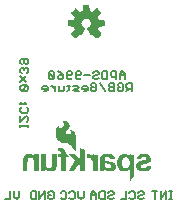
<source format=gbr>
G04 EAGLE Gerber RS-274X export*
G75*
%MOMM*%
%FSLAX34Y34*%
%LPD*%
%INSilkscreen Bottom*%
%IPPOS*%
%AMOC8*
5,1,8,0,0,1.08239X$1,22.5*%
G01*
%ADD10C,0.127000*%

G36*
X85520Y165246D02*
X85520Y165246D01*
X85628Y165256D01*
X85641Y165262D01*
X85655Y165264D01*
X85752Y165312D01*
X85851Y165357D01*
X85864Y165368D01*
X85873Y165372D01*
X85888Y165388D01*
X85965Y165450D01*
X88550Y168035D01*
X88613Y168124D01*
X88679Y168209D01*
X88684Y168222D01*
X88692Y168234D01*
X88723Y168337D01*
X88759Y168440D01*
X88759Y168454D01*
X88763Y168467D01*
X88759Y168575D01*
X88760Y168684D01*
X88755Y168697D01*
X88755Y168711D01*
X88717Y168813D01*
X88682Y168915D01*
X88673Y168930D01*
X88669Y168939D01*
X88655Y168956D01*
X88601Y169038D01*
X85837Y172428D01*
X86394Y173510D01*
X86400Y173530D01*
X86442Y173625D01*
X86813Y174784D01*
X91164Y175227D01*
X91268Y175255D01*
X91374Y175280D01*
X91386Y175287D01*
X91399Y175290D01*
X91489Y175351D01*
X91582Y175408D01*
X91590Y175419D01*
X91602Y175427D01*
X91668Y175513D01*
X91737Y175597D01*
X91741Y175610D01*
X91750Y175621D01*
X91784Y175724D01*
X91823Y175825D01*
X91824Y175843D01*
X91828Y175852D01*
X91828Y175874D01*
X91837Y175972D01*
X91837Y179628D01*
X91820Y179735D01*
X91806Y179843D01*
X91800Y179855D01*
X91798Y179869D01*
X91746Y179965D01*
X91699Y180062D01*
X91689Y180072D01*
X91683Y180084D01*
X91603Y180158D01*
X91527Y180235D01*
X91515Y180241D01*
X91505Y180251D01*
X91406Y180296D01*
X91309Y180344D01*
X91291Y180348D01*
X91282Y180352D01*
X91261Y180354D01*
X91164Y180373D01*
X86813Y180816D01*
X86442Y181975D01*
X86433Y181993D01*
X86431Y182000D01*
X86427Y182007D01*
X86394Y182090D01*
X85837Y183172D01*
X88601Y186562D01*
X88655Y186656D01*
X88712Y186748D01*
X88715Y186761D01*
X88722Y186773D01*
X88743Y186880D01*
X88768Y186985D01*
X88766Y186999D01*
X88769Y187013D01*
X88754Y187120D01*
X88744Y187228D01*
X88738Y187241D01*
X88736Y187255D01*
X88688Y187352D01*
X88643Y187451D01*
X88632Y187464D01*
X88628Y187473D01*
X88612Y187488D01*
X88550Y187565D01*
X85965Y190150D01*
X85876Y190213D01*
X85791Y190279D01*
X85778Y190284D01*
X85766Y190292D01*
X85663Y190323D01*
X85560Y190359D01*
X85546Y190359D01*
X85533Y190363D01*
X85425Y190359D01*
X85316Y190360D01*
X85303Y190355D01*
X85289Y190355D01*
X85187Y190317D01*
X85085Y190282D01*
X85070Y190273D01*
X85061Y190269D01*
X85044Y190255D01*
X84962Y190201D01*
X81572Y187437D01*
X80490Y187994D01*
X80470Y188000D01*
X80375Y188042D01*
X79216Y188413D01*
X78773Y192764D01*
X78745Y192868D01*
X78720Y192974D01*
X78713Y192986D01*
X78710Y192999D01*
X78649Y193089D01*
X78592Y193182D01*
X78581Y193190D01*
X78573Y193202D01*
X78487Y193268D01*
X78403Y193337D01*
X78390Y193341D01*
X78379Y193350D01*
X78276Y193384D01*
X78175Y193423D01*
X78157Y193424D01*
X78148Y193428D01*
X78126Y193428D01*
X78028Y193437D01*
X74372Y193437D01*
X74265Y193420D01*
X74157Y193406D01*
X74145Y193400D01*
X74131Y193398D01*
X74035Y193346D01*
X73938Y193299D01*
X73928Y193289D01*
X73916Y193283D01*
X73842Y193203D01*
X73765Y193127D01*
X73759Y193115D01*
X73749Y193105D01*
X73704Y193006D01*
X73656Y192909D01*
X73652Y192891D01*
X73648Y192882D01*
X73646Y192861D01*
X73627Y192764D01*
X73184Y188413D01*
X72025Y188042D01*
X72007Y188032D01*
X71910Y187994D01*
X70828Y187437D01*
X67438Y190201D01*
X67344Y190255D01*
X67252Y190312D01*
X67239Y190315D01*
X67227Y190322D01*
X67120Y190343D01*
X67015Y190368D01*
X67001Y190366D01*
X66987Y190369D01*
X66880Y190354D01*
X66772Y190344D01*
X66759Y190338D01*
X66746Y190336D01*
X66648Y190288D01*
X66549Y190243D01*
X66536Y190232D01*
X66527Y190228D01*
X66512Y190212D01*
X66435Y190150D01*
X63850Y187565D01*
X63787Y187476D01*
X63721Y187391D01*
X63716Y187378D01*
X63708Y187366D01*
X63677Y187263D01*
X63641Y187160D01*
X63641Y187146D01*
X63637Y187133D01*
X63641Y187025D01*
X63640Y186916D01*
X63645Y186903D01*
X63645Y186889D01*
X63683Y186787D01*
X63718Y186685D01*
X63727Y186670D01*
X63731Y186661D01*
X63745Y186644D01*
X63799Y186562D01*
X66563Y183172D01*
X66006Y182090D01*
X66000Y182070D01*
X65958Y181975D01*
X65587Y180816D01*
X61236Y180373D01*
X61132Y180345D01*
X61026Y180320D01*
X61014Y180313D01*
X61001Y180310D01*
X60911Y180249D01*
X60818Y180192D01*
X60810Y180181D01*
X60798Y180173D01*
X60732Y180087D01*
X60664Y180003D01*
X60659Y179990D01*
X60650Y179979D01*
X60616Y179876D01*
X60577Y179775D01*
X60576Y179757D01*
X60572Y179748D01*
X60573Y179726D01*
X60563Y179628D01*
X60563Y175972D01*
X60580Y175865D01*
X60594Y175757D01*
X60600Y175745D01*
X60602Y175731D01*
X60654Y175635D01*
X60701Y175538D01*
X60711Y175528D01*
X60717Y175516D01*
X60797Y175442D01*
X60873Y175365D01*
X60885Y175359D01*
X60896Y175349D01*
X60994Y175304D01*
X61091Y175256D01*
X61109Y175252D01*
X61118Y175248D01*
X61139Y175246D01*
X61236Y175227D01*
X65587Y174784D01*
X65958Y173625D01*
X65968Y173607D01*
X66006Y173510D01*
X66563Y172428D01*
X63799Y169038D01*
X63745Y168944D01*
X63688Y168852D01*
X63685Y168839D01*
X63678Y168827D01*
X63657Y168720D01*
X63632Y168615D01*
X63634Y168601D01*
X63631Y168587D01*
X63646Y168480D01*
X63656Y168372D01*
X63662Y168359D01*
X63664Y168346D01*
X63712Y168248D01*
X63757Y168149D01*
X63768Y168136D01*
X63772Y168127D01*
X63788Y168112D01*
X63850Y168035D01*
X66435Y165450D01*
X66524Y165387D01*
X66609Y165321D01*
X66622Y165316D01*
X66634Y165308D01*
X66737Y165277D01*
X66840Y165241D01*
X66854Y165241D01*
X66867Y165237D01*
X66975Y165241D01*
X67084Y165240D01*
X67097Y165245D01*
X67111Y165245D01*
X67213Y165283D01*
X67315Y165318D01*
X67330Y165327D01*
X67339Y165331D01*
X67356Y165345D01*
X67438Y165399D01*
X70828Y168163D01*
X71910Y167606D01*
X71963Y167589D01*
X72012Y167563D01*
X72078Y167552D01*
X72142Y167531D01*
X72198Y167532D01*
X72252Y167523D01*
X72319Y167534D01*
X72386Y167535D01*
X72438Y167553D01*
X72493Y167562D01*
X72553Y167594D01*
X72616Y167617D01*
X72659Y167651D01*
X72709Y167677D01*
X72755Y167726D01*
X72807Y167768D01*
X72838Y167815D01*
X72876Y167855D01*
X72932Y167960D01*
X72940Y167973D01*
X72941Y167978D01*
X72945Y167985D01*
X75098Y173182D01*
X75118Y173265D01*
X75123Y173278D01*
X75125Y173294D01*
X75150Y173379D01*
X75149Y173400D01*
X75154Y173420D01*
X75146Y173502D01*
X75147Y173521D01*
X75143Y173541D01*
X75139Y173622D01*
X75132Y173642D01*
X75130Y173663D01*
X75098Y173732D01*
X75092Y173759D01*
X75077Y173783D01*
X75051Y173850D01*
X75038Y173866D01*
X75029Y173885D01*
X74984Y173934D01*
X74964Y173966D01*
X74933Y173991D01*
X74895Y174037D01*
X74872Y174053D01*
X74862Y174063D01*
X74841Y174075D01*
X74776Y174120D01*
X74775Y174121D01*
X74774Y174122D01*
X73875Y174628D01*
X73188Y175272D01*
X72673Y176060D01*
X72361Y176948D01*
X72269Y177885D01*
X72402Y178817D01*
X72753Y179691D01*
X73302Y180456D01*
X74016Y181069D01*
X74856Y181494D01*
X75773Y181708D01*
X76714Y181698D01*
X77626Y181464D01*
X78456Y181021D01*
X79157Y180392D01*
X79689Y179615D01*
X80020Y178734D01*
X80133Y177799D01*
X80025Y176882D01*
X79705Y176014D01*
X79191Y175245D01*
X78512Y174618D01*
X77628Y174123D01*
X77586Y174090D01*
X77544Y174067D01*
X77513Y174034D01*
X77465Y173999D01*
X77453Y173983D01*
X77437Y173970D01*
X77402Y173915D01*
X77377Y173889D01*
X77364Y173859D01*
X77322Y173801D01*
X77316Y173782D01*
X77306Y173765D01*
X77287Y173690D01*
X77277Y173667D01*
X77274Y173643D01*
X77251Y173568D01*
X77252Y173548D01*
X77247Y173528D01*
X77254Y173442D01*
X77253Y173424D01*
X77256Y173408D01*
X77259Y173324D01*
X77267Y173299D01*
X77268Y173285D01*
X77278Y173263D01*
X77302Y173182D01*
X78231Y170939D01*
X78231Y170938D01*
X79162Y168691D01*
X79163Y168691D01*
X79455Y167985D01*
X79484Y167938D01*
X79505Y167886D01*
X79548Y167835D01*
X79584Y167778D01*
X79627Y167743D01*
X79663Y167700D01*
X79720Y167666D01*
X79772Y167623D01*
X79824Y167604D01*
X79872Y167575D01*
X79938Y167561D01*
X80001Y167537D01*
X80056Y167535D01*
X80110Y167524D01*
X80177Y167531D01*
X80244Y167529D01*
X80298Y167545D01*
X80353Y167552D01*
X80464Y167596D01*
X80478Y167600D01*
X80482Y167603D01*
X80490Y167606D01*
X81572Y168163D01*
X84962Y165399D01*
X85056Y165345D01*
X85148Y165288D01*
X85161Y165285D01*
X85173Y165278D01*
X85280Y165257D01*
X85385Y165232D01*
X85399Y165234D01*
X85413Y165231D01*
X85520Y165246D01*
G37*
G36*
X67295Y69679D02*
X67295Y69679D01*
X67295Y69680D01*
X67295Y82480D01*
X67295Y82481D01*
X67095Y84281D01*
X67094Y84281D01*
X67095Y84282D01*
X66895Y84882D01*
X66894Y84882D01*
X66594Y85482D01*
X66594Y85483D01*
X66294Y85983D01*
X66293Y85983D01*
X66293Y85984D01*
X65793Y86284D01*
X65393Y86584D01*
X65392Y86584D01*
X65392Y86585D01*
X64392Y86985D01*
X64391Y86984D01*
X64391Y86985D01*
X63791Y87085D01*
X63790Y87085D01*
X62990Y87085D01*
X62989Y87084D01*
X62989Y87085D01*
X62589Y86985D01*
X62390Y86985D01*
X62389Y86984D01*
X62388Y86984D01*
X62188Y86884D01*
X62187Y86884D01*
X62187Y86882D01*
X62185Y86878D01*
X62187Y86878D01*
X62186Y86876D01*
X62286Y86776D01*
X62288Y86776D01*
X62688Y86576D01*
X62688Y86575D01*
X62987Y86476D01*
X63186Y86276D01*
X63386Y86077D01*
X63586Y85778D01*
X63685Y85479D01*
X63685Y85181D01*
X63585Y84882D01*
X63386Y84483D01*
X63087Y84184D01*
X62788Y83984D01*
X62289Y83785D01*
X61790Y83685D01*
X60991Y83685D01*
X60192Y83885D01*
X59593Y84284D01*
X59194Y84783D01*
X58995Y85381D01*
X58995Y86079D01*
X59294Y86777D01*
X59994Y87577D01*
X60794Y88477D01*
X61494Y89277D01*
X61494Y89278D01*
X61994Y90178D01*
X61994Y90179D01*
X61995Y90179D01*
X62195Y91079D01*
X62195Y91080D01*
X62195Y91880D01*
X62194Y91881D01*
X62195Y91882D01*
X61895Y92782D01*
X61894Y92782D01*
X61894Y92783D01*
X61394Y93483D01*
X61393Y93483D01*
X61393Y93484D01*
X60493Y94284D01*
X60492Y94284D01*
X59392Y94884D01*
X59391Y94884D01*
X59391Y94885D01*
X58291Y95085D01*
X58290Y95085D01*
X57290Y95085D01*
X57289Y95084D01*
X57288Y95085D01*
X56388Y94785D01*
X55588Y94485D01*
X55588Y94484D01*
X54988Y94184D01*
X54987Y94184D01*
X54587Y93884D01*
X54586Y93884D01*
X54486Y93784D01*
X54486Y93782D01*
X54485Y93781D01*
X54486Y93779D01*
X54486Y93777D01*
X54488Y93777D01*
X54490Y93775D01*
X54790Y93775D01*
X54791Y93776D01*
X54792Y93775D01*
X55091Y93875D01*
X55389Y93875D01*
X55789Y93775D01*
X56288Y93675D01*
X56687Y93476D01*
X57086Y93177D01*
X57286Y92878D01*
X57385Y92578D01*
X57386Y92578D01*
X57485Y92378D01*
X57585Y92080D01*
X57485Y91782D01*
X57485Y91781D01*
X57385Y91382D01*
X57186Y91083D01*
X57186Y91082D01*
X56986Y90683D01*
X56687Y90384D01*
X56387Y90184D01*
X55987Y89884D01*
X55688Y89684D01*
X54889Y89285D01*
X54191Y89285D01*
X53892Y89385D01*
X53594Y89583D01*
X53495Y89882D01*
X53395Y90181D01*
X53395Y90980D01*
X53394Y90981D01*
X53395Y90982D01*
X53393Y90982D01*
X53391Y90985D01*
X53389Y90984D01*
X53388Y90984D01*
X52588Y90584D01*
X52587Y90583D01*
X52586Y90583D01*
X51786Y89683D01*
X51086Y88483D01*
X51086Y88482D01*
X51085Y88482D01*
X50585Y87082D01*
X50585Y87081D01*
X50285Y85481D01*
X50286Y85480D01*
X50285Y85480D01*
X50385Y83680D01*
X50386Y83679D01*
X50385Y83679D01*
X50885Y81879D01*
X50886Y81878D01*
X51886Y80078D01*
X51886Y80077D01*
X52586Y79177D01*
X52587Y79177D01*
X52586Y79176D01*
X53386Y78376D01*
X53387Y78376D01*
X54187Y77676D01*
X55187Y77076D01*
X55188Y77076D01*
X55188Y77075D01*
X56188Y76675D01*
X56189Y76676D01*
X56189Y76675D01*
X57289Y76375D01*
X58489Y76175D01*
X58490Y76175D01*
X60390Y76175D01*
X60988Y76075D01*
X61487Y75776D01*
X61987Y75376D01*
X62487Y74976D01*
X62986Y74377D01*
X62987Y74377D01*
X62986Y74376D01*
X64286Y73077D01*
X64786Y72377D01*
X64787Y72377D01*
X64786Y72376D01*
X65386Y71777D01*
X65886Y71177D01*
X65887Y71177D01*
X65886Y71176D01*
X66386Y70677D01*
X66686Y70277D01*
X66687Y70277D01*
X66686Y70276D01*
X66986Y69977D01*
X67186Y69677D01*
X67189Y69676D01*
X67190Y69675D01*
X67290Y69675D01*
X67295Y69679D01*
G37*
G36*
X112991Y44177D02*
X112991Y44177D01*
X112994Y44176D01*
X113893Y45076D01*
X115393Y46276D01*
X115393Y46277D01*
X115394Y46276D01*
X116293Y47176D01*
X116793Y47576D01*
X116794Y47579D01*
X116795Y47580D01*
X116795Y66080D01*
X116792Y66083D01*
X116791Y66085D01*
X116391Y66185D01*
X115891Y66285D01*
X115890Y66285D01*
X115391Y66285D01*
X114991Y66385D01*
X114491Y66485D01*
X114091Y66585D01*
X113091Y66785D01*
X113090Y66784D01*
X113085Y66782D01*
X113086Y66781D01*
X113085Y66780D01*
X113085Y64994D01*
X112694Y65483D01*
X112694Y65484D01*
X112294Y65884D01*
X112293Y65884D01*
X111793Y66284D01*
X110793Y66884D01*
X110791Y66884D01*
X110791Y66885D01*
X109591Y67085D01*
X109590Y67085D01*
X108890Y67085D01*
X108830Y67081D01*
X108755Y67076D01*
X108681Y67071D01*
X108680Y67071D01*
X108606Y67066D01*
X108532Y67061D01*
X108531Y67061D01*
X108457Y67056D01*
X108382Y67051D01*
X108308Y67046D01*
X108233Y67041D01*
X108159Y67036D01*
X108084Y67031D01*
X108010Y67026D01*
X107935Y67021D01*
X107861Y67016D01*
X107786Y67011D01*
X107712Y67006D01*
X107637Y67001D01*
X107563Y66997D01*
X107488Y66992D01*
X107414Y66987D01*
X107413Y66987D01*
X107390Y66985D01*
X107389Y66984D01*
X107388Y66985D01*
X105988Y66485D01*
X105988Y66484D01*
X105987Y66484D01*
X104887Y65784D01*
X104887Y65783D01*
X104886Y65783D01*
X103986Y64783D01*
X103286Y63683D01*
X103286Y63682D01*
X103285Y63681D01*
X102885Y62381D01*
X102585Y60981D01*
X102585Y60980D01*
X102485Y59480D01*
X102585Y58080D01*
X102585Y58079D01*
X102885Y56779D01*
X102886Y56779D01*
X102885Y56778D01*
X103385Y55578D01*
X103386Y55578D01*
X103986Y54478D01*
X103987Y54477D01*
X103986Y54476D01*
X104886Y53576D01*
X104887Y53576D01*
X105987Y52776D01*
X105988Y52776D01*
X105988Y52775D01*
X107188Y52375D01*
X107189Y52376D01*
X107189Y52375D01*
X108689Y52175D01*
X108690Y52176D01*
X108691Y52175D01*
X110491Y52475D01*
X110491Y52476D01*
X110492Y52476D01*
X111092Y52776D01*
X111093Y52776D01*
X112093Y53376D01*
X112093Y53377D01*
X112094Y53377D01*
X112494Y53877D01*
X112892Y54375D01*
X112985Y54375D01*
X112985Y44180D01*
X112986Y44179D01*
X112986Y44177D01*
X112988Y44177D01*
X112989Y44175D01*
X112991Y44177D01*
G37*
G36*
X96991Y52175D02*
X96991Y52175D01*
X97491Y52275D01*
X97990Y52275D01*
X97991Y52276D01*
X97991Y52275D01*
X98391Y52375D01*
X98392Y52376D01*
X98392Y52375D01*
X98892Y52575D01*
X98892Y52576D01*
X99292Y52776D01*
X99293Y52776D01*
X99592Y52976D01*
X99992Y53176D01*
X99993Y53177D01*
X99994Y53176D01*
X100294Y53476D01*
X100294Y53477D01*
X100494Y53777D01*
X100794Y54177D01*
X100994Y54477D01*
X100994Y54479D01*
X100995Y54479D01*
X101095Y54978D01*
X101294Y55378D01*
X101294Y55379D01*
X101295Y55379D01*
X101295Y55380D01*
X101295Y55880D01*
X101395Y56379D01*
X101394Y56380D01*
X101395Y56381D01*
X101195Y57481D01*
X101195Y57482D01*
X100895Y58382D01*
X100894Y58382D01*
X100494Y59082D01*
X100493Y59083D01*
X100493Y59084D01*
X99793Y59684D01*
X99792Y59684D01*
X99092Y60084D01*
X99092Y60085D01*
X98292Y60385D01*
X98291Y60385D01*
X97491Y60585D01*
X94791Y60885D01*
X94091Y60985D01*
X93391Y61185D01*
X92792Y61385D01*
X92293Y61684D01*
X91995Y62082D01*
X91995Y63179D01*
X92294Y63777D01*
X92394Y63876D01*
X92394Y63878D01*
X92494Y64076D01*
X93091Y64375D01*
X93290Y64375D01*
X93291Y64376D01*
X93292Y64376D01*
X93491Y64475D01*
X95289Y64475D01*
X96287Y63976D01*
X96686Y63577D01*
X96785Y63378D01*
X96885Y63078D01*
X96886Y63078D01*
X96985Y62879D01*
X96985Y62380D01*
X96989Y62375D01*
X96990Y62375D01*
X100890Y62375D01*
X100891Y62376D01*
X100895Y62379D01*
X100894Y62380D01*
X100895Y62380D01*
X100895Y62381D01*
X100695Y63581D01*
X100694Y63581D01*
X100695Y63582D01*
X100495Y64182D01*
X100494Y64182D01*
X100494Y64183D01*
X100194Y64583D01*
X99894Y65083D01*
X99594Y65483D01*
X99593Y65483D01*
X99593Y65484D01*
X99193Y65784D01*
X98193Y66384D01*
X98192Y66384D01*
X98192Y66385D01*
X97692Y66585D01*
X97691Y66584D01*
X97691Y66585D01*
X97191Y66685D01*
X96592Y66885D01*
X96591Y66885D01*
X95991Y66985D01*
X95491Y67085D01*
X95490Y67085D01*
X93190Y67085D01*
X93189Y67085D01*
X92690Y66985D01*
X92090Y66985D01*
X92089Y66985D01*
X91589Y66885D01*
X91589Y66884D01*
X91588Y66885D01*
X91089Y66685D01*
X90589Y66585D01*
X90589Y66584D01*
X90588Y66585D01*
X90088Y66385D01*
X90088Y66384D01*
X90087Y66384D01*
X88887Y65484D01*
X88887Y65483D01*
X88886Y65483D01*
X88586Y65083D01*
X88586Y65082D01*
X88386Y64682D01*
X88385Y64682D01*
X88185Y64182D01*
X88186Y64181D01*
X88185Y64181D01*
X88085Y63681D01*
X88085Y63680D01*
X88085Y54981D01*
X87986Y54782D01*
X87986Y54781D01*
X87985Y54780D01*
X87985Y53881D01*
X87886Y53682D01*
X87885Y53681D01*
X87886Y53681D01*
X87885Y53680D01*
X87885Y53481D01*
X87786Y53282D01*
X87786Y53281D01*
X87785Y53280D01*
X87785Y52981D01*
X87686Y52783D01*
X87586Y52684D01*
X87586Y52681D01*
X87585Y52680D01*
X87585Y52580D01*
X87589Y52575D01*
X87590Y52575D01*
X91490Y52575D01*
X91495Y52579D01*
X91495Y52580D01*
X91495Y52678D01*
X91594Y52776D01*
X91594Y52779D01*
X91595Y52780D01*
X91595Y52878D01*
X91694Y52976D01*
X91694Y52978D01*
X91695Y52979D01*
X91695Y52980D01*
X91695Y53278D01*
X91794Y53376D01*
X91794Y53379D01*
X91795Y53380D01*
X91795Y53964D01*
X91986Y53677D01*
X91987Y53677D01*
X91987Y53676D01*
X92287Y53476D01*
X92486Y53276D01*
X92487Y53276D01*
X92787Y53076D01*
X92788Y53076D01*
X92788Y53075D01*
X93088Y52976D01*
X93387Y52776D01*
X93388Y52776D01*
X93388Y52775D01*
X94588Y52375D01*
X94589Y52376D01*
X94590Y52375D01*
X94889Y52375D01*
X95188Y52275D01*
X95189Y52276D01*
X95190Y52275D01*
X95589Y52275D01*
X95888Y52175D01*
X95889Y52176D01*
X95890Y52175D01*
X96990Y52175D01*
X96991Y52175D01*
G37*
G36*
X65992Y52577D02*
X65992Y52577D01*
X65994Y52577D01*
X69891Y58872D01*
X71385Y57478D01*
X71385Y52580D01*
X71389Y52575D01*
X71390Y52575D01*
X75290Y52575D01*
X75295Y52579D01*
X75295Y52580D01*
X75295Y69980D01*
X75293Y69982D01*
X75292Y69984D01*
X71392Y72084D01*
X71391Y72084D01*
X71391Y72085D01*
X71389Y72084D01*
X71386Y72083D01*
X71386Y72081D01*
X71385Y72080D01*
X71385Y61692D01*
X66494Y66783D01*
X66491Y66784D01*
X66490Y66785D01*
X61890Y66785D01*
X61889Y66784D01*
X61887Y66784D01*
X61887Y66782D01*
X61885Y66781D01*
X61887Y66779D01*
X61887Y66776D01*
X67184Y61579D01*
X61286Y52583D01*
X61286Y52581D01*
X61285Y52581D01*
X61286Y52579D01*
X61287Y52576D01*
X61289Y52577D01*
X61290Y52575D01*
X65990Y52575D01*
X65992Y52577D01*
G37*
G36*
X26495Y52579D02*
X26495Y52579D01*
X26495Y52580D01*
X26495Y60580D01*
X26595Y61379D01*
X26695Y62079D01*
X26795Y62678D01*
X27094Y63177D01*
X27393Y63576D01*
X27892Y63875D01*
X28391Y63975D01*
X28990Y64075D01*
X29789Y63975D01*
X30388Y63875D01*
X30887Y63576D01*
X31286Y63077D01*
X31586Y62578D01*
X31885Y61879D01*
X31985Y60979D01*
X31985Y52580D01*
X31989Y52575D01*
X31990Y52575D01*
X35890Y52575D01*
X35895Y52579D01*
X35895Y52580D01*
X35895Y66780D01*
X35891Y66785D01*
X35890Y66785D01*
X32190Y66785D01*
X32185Y66781D01*
X32185Y66780D01*
X32185Y64785D01*
X32093Y64785D01*
X31694Y65383D01*
X31694Y65384D01*
X31294Y65784D01*
X31293Y65784D01*
X30793Y66184D01*
X30193Y66584D01*
X30192Y66584D01*
X30192Y66585D01*
X28992Y66985D01*
X28991Y66985D01*
X28391Y67085D01*
X28390Y67085D01*
X27790Y67085D01*
X27773Y67084D01*
X27703Y67079D01*
X27634Y67074D01*
X27564Y67069D01*
X27495Y67064D01*
X27425Y67059D01*
X27356Y67054D01*
X27286Y67049D01*
X27217Y67044D01*
X27216Y67044D01*
X27147Y67039D01*
X27077Y67034D01*
X27008Y67029D01*
X26938Y67024D01*
X26869Y67019D01*
X26799Y67014D01*
X26730Y67009D01*
X26660Y67004D01*
X26590Y66999D01*
X26521Y66994D01*
X26451Y66989D01*
X26390Y66985D01*
X26389Y66985D01*
X25289Y66685D01*
X25288Y66684D01*
X24388Y66184D01*
X24387Y66183D01*
X24386Y66184D01*
X23686Y65484D01*
X23686Y65483D01*
X23186Y64683D01*
X23186Y64682D01*
X23185Y64681D01*
X22885Y63681D01*
X22685Y62581D01*
X22685Y62580D01*
X22585Y61280D01*
X22585Y52580D01*
X22589Y52575D01*
X22590Y52575D01*
X26490Y52575D01*
X26495Y52579D01*
G37*
G36*
X47490Y52275D02*
X47490Y52275D01*
X47491Y52276D01*
X47492Y52275D01*
X48592Y52675D01*
X48592Y52676D01*
X49492Y53176D01*
X49493Y53176D01*
X50193Y53776D01*
X50193Y53777D01*
X50194Y53778D01*
X50694Y54678D01*
X50695Y54679D01*
X50995Y55679D01*
X51195Y56779D01*
X51195Y56780D01*
X51195Y66780D01*
X51191Y66785D01*
X51190Y66785D01*
X47390Y66785D01*
X47385Y66781D01*
X47385Y66780D01*
X47385Y58780D01*
X47185Y57181D01*
X47085Y56582D01*
X46786Y56183D01*
X46487Y55784D01*
X45988Y55485D01*
X45489Y55385D01*
X44890Y55285D01*
X44091Y55385D01*
X43492Y55485D01*
X42993Y55784D01*
X42594Y56183D01*
X42295Y56782D01*
X41995Y57481D01*
X41895Y58280D01*
X41895Y66780D01*
X41891Y66785D01*
X41890Y66785D01*
X37990Y66785D01*
X37985Y66781D01*
X37985Y66780D01*
X37985Y52580D01*
X37989Y52575D01*
X37990Y52575D01*
X41690Y52575D01*
X41695Y52579D01*
X41695Y52580D01*
X41695Y54575D01*
X41787Y54575D01*
X42186Y53977D01*
X42586Y53477D01*
X42587Y53477D01*
X42587Y53476D01*
X43087Y53076D01*
X43088Y53076D01*
X43688Y52776D01*
X43688Y52775D01*
X44188Y52575D01*
X44788Y52375D01*
X44789Y52376D01*
X44789Y52375D01*
X45489Y52275D01*
X46089Y52175D01*
X46090Y52176D01*
X46090Y52175D01*
X47490Y52275D01*
G37*
G36*
X126090Y52275D02*
X126090Y52275D01*
X126091Y52275D01*
X127291Y52475D01*
X128391Y52775D01*
X128392Y52776D01*
X129392Y53276D01*
X129393Y53276D01*
X130193Y53976D01*
X130193Y53977D01*
X130194Y53977D01*
X130894Y54877D01*
X130894Y54878D01*
X130895Y54878D01*
X131295Y55878D01*
X131294Y55879D01*
X131295Y55879D01*
X131495Y57179D01*
X131495Y57180D01*
X131491Y57185D01*
X131491Y57184D01*
X131490Y57185D01*
X127790Y57185D01*
X127785Y57181D01*
X127785Y57180D01*
X127785Y56581D01*
X127586Y56083D01*
X127286Y55684D01*
X126887Y55384D01*
X126488Y55085D01*
X125889Y54985D01*
X125389Y54885D01*
X124790Y54785D01*
X124391Y54885D01*
X124390Y54884D01*
X124390Y54885D01*
X123991Y54885D01*
X123592Y54985D01*
X123193Y55184D01*
X122793Y55484D01*
X122495Y55783D01*
X122395Y56181D01*
X122295Y56580D01*
X122395Y56978D01*
X122594Y57377D01*
X122993Y57676D01*
X123492Y57976D01*
X124091Y58175D01*
X125691Y58575D01*
X126691Y58775D01*
X127591Y58975D01*
X127591Y58976D01*
X127592Y58975D01*
X128392Y59275D01*
X129092Y59575D01*
X129092Y59576D01*
X129792Y59976D01*
X129793Y59976D01*
X130393Y60376D01*
X130393Y60377D01*
X130394Y60377D01*
X130794Y60977D01*
X130794Y60978D01*
X130795Y60978D01*
X131095Y61678D01*
X131094Y61679D01*
X131095Y61679D01*
X131195Y62579D01*
X131195Y62580D01*
X131095Y63780D01*
X131094Y63781D01*
X131095Y63782D01*
X130695Y64782D01*
X130694Y64782D01*
X130694Y64783D01*
X129994Y65583D01*
X129993Y65583D01*
X129993Y65584D01*
X129293Y66184D01*
X129292Y66184D01*
X128292Y66684D01*
X128291Y66684D01*
X128291Y66685D01*
X127291Y66885D01*
X126191Y67085D01*
X126190Y67085D01*
X123890Y67085D01*
X123889Y67085D01*
X122789Y66885D01*
X121789Y66585D01*
X121788Y66584D01*
X121788Y66585D01*
X120888Y66185D01*
X120888Y66184D01*
X120887Y66184D01*
X120087Y65584D01*
X120087Y65583D01*
X120086Y65583D01*
X119486Y64783D01*
X119486Y64782D01*
X118986Y63782D01*
X118986Y63781D01*
X118985Y63781D01*
X118785Y62581D01*
X118786Y62580D01*
X118789Y62575D01*
X118789Y62576D01*
X118790Y62575D01*
X122490Y62575D01*
X122494Y62578D01*
X122495Y62579D01*
X122595Y63079D01*
X122794Y63578D01*
X122994Y63876D01*
X123292Y64076D01*
X123692Y64276D01*
X124191Y64475D01*
X125889Y64475D01*
X126188Y64375D01*
X126189Y64375D01*
X126589Y64275D01*
X126887Y64176D01*
X127285Y63578D01*
X127285Y63181D01*
X127185Y62782D01*
X126886Y62384D01*
X126487Y62084D01*
X125888Y61785D01*
X125289Y61585D01*
X124489Y61485D01*
X122089Y60885D01*
X121189Y60685D01*
X121188Y60684D01*
X119788Y59884D01*
X119787Y59884D01*
X119187Y59384D01*
X119187Y59383D01*
X119186Y59383D01*
X118786Y58783D01*
X118786Y58782D01*
X118785Y58782D01*
X118485Y58082D01*
X118486Y58081D01*
X118485Y58081D01*
X118385Y57181D01*
X118386Y57180D01*
X118385Y57179D01*
X118585Y55879D01*
X118586Y55879D01*
X118585Y55878D01*
X118985Y54778D01*
X118986Y54778D01*
X118986Y54777D01*
X119586Y53977D01*
X119587Y53977D01*
X119587Y53976D01*
X120387Y53276D01*
X120388Y53276D01*
X121388Y52776D01*
X121389Y52775D01*
X122489Y52475D01*
X123689Y52275D01*
X123690Y52275D01*
X124890Y52175D01*
X126090Y52275D01*
G37*
G36*
X58895Y52579D02*
X58895Y52579D01*
X58895Y52580D01*
X58895Y64175D01*
X62790Y64175D01*
X62792Y64176D01*
X62794Y64177D01*
X62793Y64178D01*
X62795Y64179D01*
X62793Y64181D01*
X62793Y64184D01*
X62393Y64484D01*
X60794Y66084D01*
X60793Y66084D01*
X60394Y66384D01*
X60094Y66783D01*
X60091Y66784D01*
X60090Y66785D01*
X58895Y66785D01*
X58895Y68780D01*
X58894Y68781D01*
X58895Y68782D01*
X58595Y69582D01*
X58295Y70282D01*
X58294Y70282D01*
X58294Y70283D01*
X57794Y70883D01*
X57793Y70883D01*
X57793Y70884D01*
X57093Y71384D01*
X57092Y71384D01*
X56292Y71784D01*
X56291Y71785D01*
X55291Y72085D01*
X55291Y72084D01*
X55290Y72085D01*
X52390Y72085D01*
X52389Y72084D01*
X52388Y72084D01*
X52188Y71984D01*
X52187Y71981D01*
X52185Y71980D01*
X52185Y69180D01*
X52189Y69175D01*
X52190Y69175D01*
X53889Y69175D01*
X54288Y69075D01*
X54687Y68876D01*
X54886Y68578D01*
X54985Y68379D01*
X54985Y67980D01*
X54986Y67979D01*
X54985Y67979D01*
X55085Y67579D01*
X55085Y66785D01*
X52390Y66785D01*
X52385Y66781D01*
X52385Y66780D01*
X52385Y64180D01*
X52389Y64175D01*
X52390Y64175D01*
X55085Y64175D01*
X55085Y52580D01*
X55089Y52575D01*
X55090Y52575D01*
X58890Y52575D01*
X58895Y52579D01*
G37*
G36*
X85895Y52579D02*
X85895Y52579D01*
X85895Y52580D01*
X85895Y66080D01*
X85892Y66084D01*
X85891Y66085D01*
X85391Y66185D01*
X84991Y66285D01*
X84990Y66284D01*
X84990Y66285D01*
X84490Y66285D01*
X83991Y66385D01*
X83591Y66485D01*
X83091Y66585D01*
X82591Y66685D01*
X82191Y66785D01*
X82190Y66784D01*
X82185Y66782D01*
X82186Y66781D01*
X82185Y66780D01*
X82185Y64099D01*
X81794Y64782D01*
X81794Y64783D01*
X81394Y65283D01*
X80894Y65883D01*
X80893Y65883D01*
X80893Y65884D01*
X80393Y66284D01*
X80392Y66284D01*
X79692Y66684D01*
X79692Y66685D01*
X79092Y66885D01*
X79091Y66885D01*
X78391Y67085D01*
X78391Y67084D01*
X78390Y67085D01*
X76990Y67085D01*
X76988Y67083D01*
X76986Y67084D01*
X76888Y66985D01*
X76790Y66985D01*
X76785Y66981D01*
X76785Y66980D01*
X76785Y63380D01*
X76789Y63375D01*
X76790Y63375D01*
X76890Y63375D01*
X76891Y63376D01*
X76892Y63376D01*
X77091Y63475D01*
X78190Y63475D01*
X79189Y63375D01*
X79988Y63175D01*
X80687Y62776D01*
X81186Y62177D01*
X81585Y61478D01*
X81785Y60779D01*
X81985Y59879D01*
X81985Y52580D01*
X81989Y52575D01*
X81990Y52575D01*
X85890Y52575D01*
X85895Y52579D01*
G37*
%LPC*%
G36*
X108891Y55285D02*
X108891Y55285D01*
X108092Y55485D01*
X107494Y55983D01*
X107094Y56483D01*
X106795Y57182D01*
X106495Y57981D01*
X106395Y58780D01*
X106395Y60480D01*
X106495Y61279D01*
X106795Y62078D01*
X107094Y62777D01*
X107593Y63376D01*
X108192Y63776D01*
X108891Y64075D01*
X109790Y64175D01*
X110589Y64075D01*
X111387Y63776D01*
X111887Y63376D01*
X112386Y62777D01*
X112685Y62078D01*
X112985Y61279D01*
X113085Y60480D01*
X113085Y58781D01*
X112885Y57981D01*
X112685Y57182D01*
X112386Y56483D01*
X111887Y55984D01*
X111288Y55484D01*
X110589Y55285D01*
X109690Y55185D01*
X108891Y55285D01*
G37*
%LPD*%
%LPC*%
G36*
X95090Y54785D02*
X95090Y54785D01*
X94591Y54885D01*
X94590Y54885D01*
X94091Y54885D01*
X93692Y55084D01*
X93691Y55085D01*
X93292Y55185D01*
X92993Y55384D01*
X92794Y55583D01*
X92594Y55883D01*
X92594Y55884D01*
X92394Y56083D01*
X92295Y56382D01*
X92195Y56682D01*
X92194Y56682D01*
X92095Y56882D01*
X91995Y57181D01*
X91995Y59468D01*
X92186Y59276D01*
X92189Y59276D01*
X92190Y59275D01*
X92389Y59275D01*
X92788Y59076D01*
X92789Y59076D01*
X92790Y59075D01*
X92989Y59075D01*
X93188Y58976D01*
X93189Y58976D01*
X93190Y58975D01*
X93589Y58975D01*
X93788Y58876D01*
X93789Y58876D01*
X93790Y58875D01*
X93989Y58875D01*
X94288Y58775D01*
X94289Y58776D01*
X94290Y58775D01*
X94689Y58775D01*
X94988Y58675D01*
X94989Y58676D01*
X94990Y58675D01*
X95389Y58675D01*
X95588Y58576D01*
X95589Y58576D01*
X95590Y58575D01*
X95789Y58575D01*
X96088Y58475D01*
X96287Y58376D01*
X96386Y58276D01*
X96388Y58276D01*
X96787Y58076D01*
X96886Y57976D01*
X96888Y57976D01*
X97086Y57876D01*
X97385Y57279D01*
X97385Y57080D01*
X97386Y57079D01*
X97386Y57078D01*
X97485Y56879D01*
X97485Y56381D01*
X97385Y56082D01*
X97385Y56081D01*
X97386Y56081D01*
X97385Y56080D01*
X97385Y55881D01*
X97286Y55683D01*
X97186Y55584D01*
X97186Y55582D01*
X97086Y55384D01*
X96888Y55284D01*
X96887Y55283D01*
X96886Y55284D01*
X96787Y55184D01*
X96389Y54985D01*
X96190Y54985D01*
X96189Y54984D01*
X96188Y54984D01*
X95989Y54885D01*
X95790Y54885D01*
X95789Y54884D01*
X95788Y54884D01*
X95589Y54785D01*
X95090Y54785D01*
G37*
%LPD*%
D10*
X44115Y34295D02*
X45259Y35439D01*
X47547Y35439D01*
X48691Y34295D01*
X48691Y29719D01*
X47547Y28575D01*
X45259Y28575D01*
X44115Y29719D01*
X44115Y32007D01*
X46403Y32007D01*
X41207Y28575D02*
X41207Y35439D01*
X36631Y28575D01*
X36631Y35439D01*
X33723Y35439D02*
X33723Y28575D01*
X30291Y28575D01*
X29147Y29719D01*
X29147Y34295D01*
X30291Y35439D01*
X33723Y35439D01*
X74091Y35439D02*
X74091Y30863D01*
X71803Y28575D01*
X69515Y30863D01*
X69515Y35439D01*
X63175Y35439D02*
X62031Y34295D01*
X63175Y35439D02*
X65463Y35439D01*
X66607Y34295D01*
X66607Y29719D01*
X65463Y28575D01*
X63175Y28575D01*
X62031Y29719D01*
X55691Y35439D02*
X54547Y34295D01*
X55691Y35439D02*
X57979Y35439D01*
X59123Y34295D01*
X59123Y29719D01*
X57979Y28575D01*
X55691Y28575D01*
X54547Y29719D01*
X94915Y34295D02*
X96059Y35439D01*
X98347Y35439D01*
X99491Y34295D01*
X99491Y33151D01*
X98347Y32007D01*
X96059Y32007D01*
X94915Y30863D01*
X94915Y29719D01*
X96059Y28575D01*
X98347Y28575D01*
X99491Y29719D01*
X92007Y28575D02*
X92007Y35439D01*
X92007Y28575D02*
X88575Y28575D01*
X87431Y29719D01*
X87431Y34295D01*
X88575Y35439D01*
X92007Y35439D01*
X84523Y33151D02*
X84523Y28575D01*
X84523Y33151D02*
X82235Y35439D01*
X79947Y33151D01*
X79947Y28575D01*
X79947Y32007D02*
X84523Y32007D01*
X120315Y34295D02*
X121459Y35439D01*
X123747Y35439D01*
X124891Y34295D01*
X124891Y33151D01*
X123747Y32007D01*
X121459Y32007D01*
X120315Y30863D01*
X120315Y29719D01*
X121459Y28575D01*
X123747Y28575D01*
X124891Y29719D01*
X113975Y35439D02*
X112831Y34295D01*
X113975Y35439D02*
X116263Y35439D01*
X117407Y34295D01*
X117407Y29719D01*
X116263Y28575D01*
X113975Y28575D01*
X112831Y29719D01*
X109923Y28575D02*
X109923Y35439D01*
X109923Y28575D02*
X105347Y28575D01*
X146756Y28575D02*
X149044Y28575D01*
X147900Y28575D02*
X147900Y35439D01*
X149044Y35439D02*
X146756Y35439D01*
X144054Y35439D02*
X144054Y28575D01*
X139479Y28575D02*
X144054Y35439D01*
X139479Y35439D02*
X139479Y28575D01*
X134282Y28575D02*
X134282Y35439D01*
X136570Y35439D02*
X131994Y35439D01*
X109244Y130175D02*
X109244Y134751D01*
X106956Y137039D01*
X104668Y134751D01*
X104668Y130175D01*
X104668Y133607D02*
X109244Y133607D01*
X101760Y130175D02*
X101760Y137039D01*
X98328Y137039D01*
X97184Y135895D01*
X97184Y133607D01*
X98328Y132463D01*
X101760Y132463D01*
X94275Y130175D02*
X94275Y137039D01*
X94275Y130175D02*
X90843Y130175D01*
X89699Y131319D01*
X89699Y135895D01*
X90843Y137039D01*
X94275Y137039D01*
X83359Y137039D02*
X82215Y135895D01*
X83359Y137039D02*
X85647Y137039D01*
X86791Y135895D01*
X86791Y134751D01*
X85647Y133607D01*
X83359Y133607D01*
X82215Y132463D01*
X82215Y131319D01*
X83359Y130175D01*
X85647Y130175D01*
X86791Y131319D01*
X79307Y133607D02*
X74731Y133607D01*
X71823Y131319D02*
X70679Y130175D01*
X68391Y130175D01*
X67247Y131319D01*
X67247Y135895D01*
X68391Y137039D01*
X70679Y137039D01*
X71823Y135895D01*
X71823Y134751D01*
X70679Y133607D01*
X67247Y133607D01*
X64339Y131319D02*
X63195Y130175D01*
X60907Y130175D01*
X59763Y131319D01*
X59763Y135895D01*
X60907Y137039D01*
X63195Y137039D01*
X64339Y135895D01*
X64339Y134751D01*
X63195Y133607D01*
X59763Y133607D01*
X54567Y135895D02*
X52279Y137039D01*
X54567Y135895D02*
X56855Y133607D01*
X56855Y131319D01*
X55711Y130175D01*
X53423Y130175D01*
X52279Y131319D01*
X52279Y132463D01*
X53423Y133607D01*
X56855Y133607D01*
X49370Y131319D02*
X49370Y135895D01*
X48226Y137039D01*
X45939Y137039D01*
X44795Y135895D01*
X44795Y131319D01*
X45939Y130175D01*
X48226Y130175D01*
X49370Y131319D01*
X44795Y135895D01*
X114857Y126879D02*
X114857Y120015D01*
X114857Y126879D02*
X111425Y126879D01*
X110281Y125735D01*
X110281Y123447D01*
X111425Y122303D01*
X114857Y122303D01*
X112569Y122303D02*
X110281Y120015D01*
X103941Y126879D02*
X102797Y125735D01*
X103941Y126879D02*
X106229Y126879D01*
X107373Y125735D01*
X107373Y121159D01*
X106229Y120015D01*
X103941Y120015D01*
X102797Y121159D01*
X102797Y123447D01*
X105085Y123447D01*
X99889Y120015D02*
X99889Y126879D01*
X96457Y126879D01*
X95313Y125735D01*
X95313Y124591D01*
X96457Y123447D01*
X95313Y122303D01*
X95313Y121159D01*
X96457Y120015D01*
X99889Y120015D01*
X99889Y123447D02*
X96457Y123447D01*
X92404Y120015D02*
X87828Y126879D01*
X81488Y126879D02*
X80344Y125735D01*
X81488Y126879D02*
X83776Y126879D01*
X84920Y125735D01*
X84920Y121159D01*
X83776Y120015D01*
X81488Y120015D01*
X80344Y121159D01*
X80344Y123447D01*
X82632Y123447D01*
X76292Y120015D02*
X74004Y120015D01*
X76292Y120015D02*
X77436Y121159D01*
X77436Y123447D01*
X76292Y124591D01*
X74004Y124591D01*
X72860Y123447D01*
X72860Y122303D01*
X77436Y122303D01*
X69952Y120015D02*
X66520Y120015D01*
X65376Y121159D01*
X66520Y122303D01*
X68808Y122303D01*
X69952Y123447D01*
X68808Y124591D01*
X65376Y124591D01*
X61324Y125735D02*
X61324Y121159D01*
X60180Y120015D01*
X60180Y124591D02*
X62468Y124591D01*
X57478Y124591D02*
X57478Y121159D01*
X56334Y120015D01*
X52902Y120015D01*
X52902Y124591D01*
X49994Y124591D02*
X49994Y120015D01*
X49994Y122303D02*
X47706Y124591D01*
X46562Y124591D01*
X42613Y120015D02*
X40325Y120015D01*
X42613Y120015D02*
X43757Y121159D01*
X43757Y123447D01*
X42613Y124591D01*
X40325Y124591D01*
X39181Y123447D01*
X39181Y122303D01*
X43757Y122303D01*
X20447Y91743D02*
X20447Y89455D01*
X20447Y90599D02*
X27311Y90599D01*
X27311Y89455D02*
X27311Y91743D01*
X20447Y94444D02*
X20447Y99020D01*
X20447Y94444D02*
X25023Y99020D01*
X26167Y99020D01*
X27311Y97876D01*
X27311Y95588D01*
X26167Y94444D01*
X27311Y105360D02*
X26167Y106504D01*
X27311Y105360D02*
X27311Y103072D01*
X26167Y101928D01*
X21591Y101928D01*
X20447Y103072D01*
X20447Y105360D01*
X21591Y106504D01*
X25023Y109412D02*
X25023Y110556D01*
X23879Y110556D01*
X23879Y109412D01*
X25023Y109412D01*
X21591Y109412D02*
X21591Y110556D01*
X20447Y110556D01*
X20447Y109412D01*
X21591Y109412D01*
X21591Y120639D02*
X26167Y120639D01*
X27311Y121783D01*
X27311Y124071D01*
X26167Y125215D01*
X21591Y125215D01*
X20447Y124071D01*
X20447Y121783D01*
X21591Y120639D01*
X26167Y125215D01*
X25023Y128123D02*
X20447Y132699D01*
X20447Y128123D02*
X25023Y132699D01*
X26167Y135607D02*
X27311Y136751D01*
X27311Y139039D01*
X26167Y140183D01*
X25023Y140183D01*
X23879Y139039D01*
X23879Y137895D01*
X23879Y139039D02*
X22735Y140183D01*
X21591Y140183D01*
X20447Y139039D01*
X20447Y136751D01*
X21591Y135607D01*
X21591Y143091D02*
X20447Y144235D01*
X20447Y146523D01*
X21591Y147667D01*
X26167Y147667D01*
X27311Y146523D01*
X27311Y144235D01*
X26167Y143091D01*
X25023Y143091D01*
X23879Y144235D01*
X23879Y147667D01*
X19549Y35439D02*
X19549Y30863D01*
X17261Y28575D01*
X14973Y30863D01*
X14973Y35439D01*
X12065Y35439D02*
X12065Y28575D01*
X7489Y28575D01*
M02*

</source>
